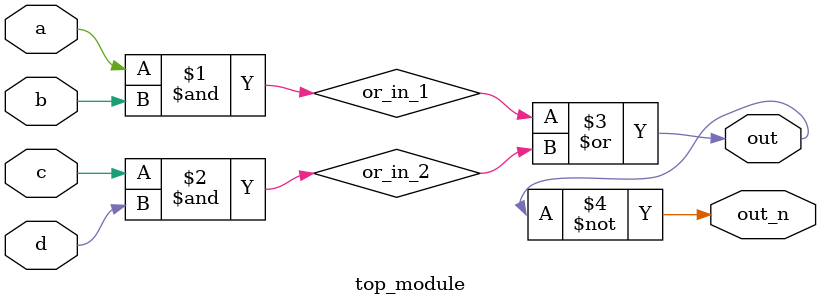
<source format=v>
`default_nettype none
module top_module (
    input  a,
    input  b,
    input  c,
    input  d,
    output out,
    output out_n
);

  wire or_in_1;
  wire or_in_2;

  assign or_in_1 = a & b;
  assign or_in_2 = c & d;

  assign out = or_in_1 | or_in_2;
  assign out_n = ~out;

endmodule

</source>
